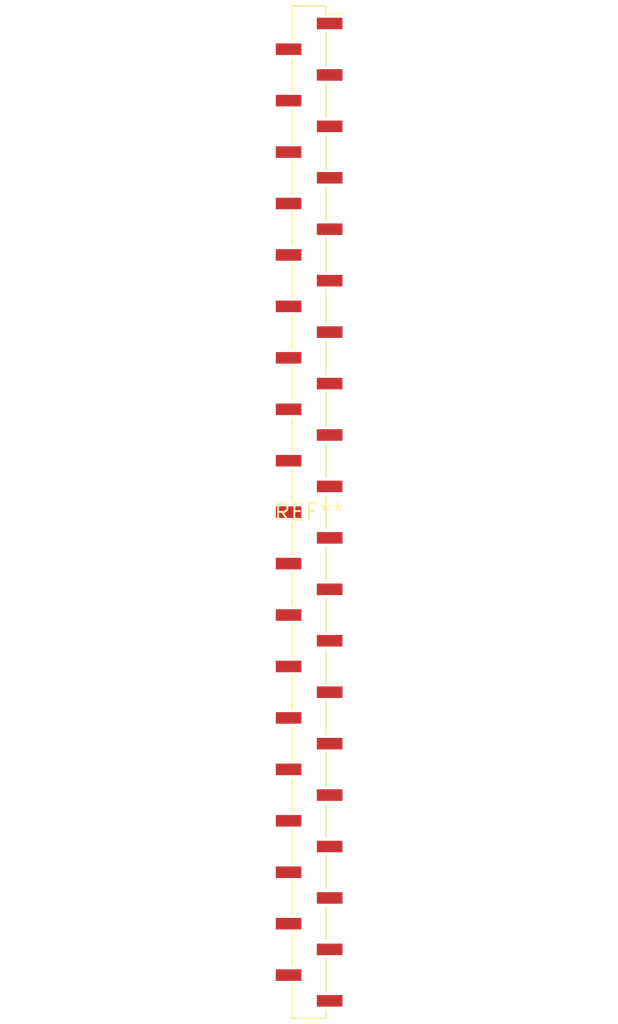
<source format=kicad_pcb>
(kicad_pcb (version 20240108) (generator pcbnew)
  (layers (0 "F.Cu" signal) (31 "B.Cu" signal) (34 "B.Paste" user) (35 "F.Paste" user) (36 "B.SilkS" user "B.Silkscreen") (37 "F.SilkS" user "F.Silkscreen") (38 "B.Mask" user) (39 "F.Mask" user) (44 "Edge.Cuts" user))
  (net 0 "")
  (footprint "PinSocket_1x39_P2.00mm_Vertical_SMD_Pin1Right" (layer "F.Cu") (at 0 0)
    (property "Reference" "REF**")
    (property "Value" "PinSocket_1x39_P2.00mm_Vertical_SMD_Pin1Right")
    (fp_line (start -1.31 -39.36) (end -1.31 -36.71) (layer "F.SilkS") (stroke (width 0.12)))
    (fp_line (start -1.31 -39.36) (end 1.31 -39.36) (layer "F.SilkS") (stroke (width 0.12)))
    (fp_line (start -1.31 -35.29) (end -1.31 -32.71) (layer "F.SilkS") (stroke (width 0.12)))
    (fp_line (start -1.31 -31.29) (end -1.31 -28.71) (layer "F.SilkS") (stroke (width 0.12)))
    (fp_line (start -1.31 -27.29) (end -1.31 -24.71) (layer "F.SilkS") (stroke (width 0.12)))
    (fp_line (start -1.31 -23.29) (end -1.31 -20.71) (layer "F.SilkS") (stroke (width 0.12)))
    (fp_line (start -1.31 -19.29) (end -1.31 -16.71) (layer "F.SilkS") (stroke (width 0.12)))
    (fp_line (start -1.31 -15.29) (end -1.31 -12.71) (layer "F.SilkS") (stroke (width 0.12)))
    (fp_line (start -1.31 -11.29) (end -1.31 -8.71) (layer "F.SilkS") (stroke (width 0.12)))
    (fp_line (start -1.31 -7.29) (end -1.31 -4.71) (layer "F.SilkS") (stroke (width 0.12)))
    (fp_line (start -1.31 -3.29) (end -1.31 -0.71) (layer "F.SilkS") (stroke (width 0.12)))
    (fp_line (start -1.31 0.71) (end -1.31 3.29) (layer "F.SilkS") (stroke (width 0.12)))
    (fp_line (start -1.31 4.71) (end -1.31 7.29) (layer "F.SilkS") (stroke (width 0.12)))
    (fp_line (start -1.31 8.71) (end -1.31 11.29) (layer "F.SilkS") (stroke (width 0.12)))
    (fp_line (start -1.31 12.71) (end -1.31 15.29) (layer "F.SilkS") (stroke (width 0.12)))
    (fp_line (start -1.31 16.71) (end -1.31 19.29) (layer "F.SilkS") (stroke (width 0.12)))
    (fp_line (start -1.31 20.71) (end -1.31 23.29) (layer "F.SilkS") (stroke (width 0.12)))
    (fp_line (start -1.31 24.71) (end -1.31 27.29) (layer "F.SilkS") (stroke (width 0.12)))
    (fp_line (start -1.31 28.71) (end -1.31 31.29) (layer "F.SilkS") (stroke (width 0.12)))
    (fp_line (start -1.31 32.71) (end -1.31 35.29) (layer "F.SilkS") (stroke (width 0.12)))
    (fp_line (start -1.31 36.71) (end -1.31 39.36) (layer "F.SilkS") (stroke (width 0.12)))
    (fp_line (start -1.31 39.36) (end 1.31 39.36) (layer "F.SilkS") (stroke (width 0.12)))
    (fp_line (start 1.31 -39.36) (end 1.31 -38.71) (layer "F.SilkS") (stroke (width 0.12)))
    (fp_line (start 1.31 -38.71) (end 2.54 -38.71) (layer "F.SilkS") (stroke (width 0.12)))
    (fp_line (start 1.31 -37.29) (end 1.31 -34.71) (layer "F.SilkS") (stroke (width 0.12)))
    (fp_line (start 1.31 -33.29) (end 1.31 -30.71) (layer "F.SilkS") (stroke (width 0.12)))
    (fp_line (start 1.31 -29.29) (end 1.31 -26.71) (layer "F.SilkS") (stroke (width 0.12)))
    (fp_line (start 1.31 -25.29) (end 1.31 -22.71) (layer "F.SilkS") (stroke (width 0.12)))
    (fp_line (start 1.31 -21.29) (end 1.31 -18.71) (layer "F.SilkS") (stroke (width 0.12)))
    (fp_line (start 1.31 -17.29) (end 1.31 -14.71) (layer "F.SilkS") (stroke (width 0.12)))
    (fp_line (start 1.31 -13.29) (end 1.31 -10.71) (layer "F.SilkS") (stroke (width 0.12)))
    (fp_line (start 1.31 -9.29) (end 1.31 -6.71) (layer "F.SilkS") (stroke (width 0.12)))
    (fp_line (start 1.31 -5.29) (end 1.31 -2.71) (layer "F.SilkS") (stroke (width 0.12)))
    (fp_line (start 1.31 -1.29) (end 1.31 1.29) (layer "F.SilkS") (stroke (width 0.12)))
    (fp_line (start 1.31 2.71) (end 1.31 5.29) (layer "F.SilkS") (stroke (width 0.12)))
    (fp_line (start 1.31 6.71) (end 1.31 9.29) (layer "F.SilkS") (stroke (width 0.12)))
    (fp_line (start 1.31 10.71) (end 1.31 13.29) (layer "F.SilkS") (stroke (width 0.12)))
    (fp_line (start 1.31 14.71) (end 1.31 17.29) (layer "F.SilkS") (stroke (width 0.12)))
    (fp_line (start 1.31 18.71) (end 1.31 21.29) (layer "F.SilkS") (stroke (width 0.12)))
    (fp_line (start 1.31 22.71) (end 1.31 25.29) (layer "F.SilkS") (stroke (width 0.12)))
    (fp_line (start 1.31 26.71) (end 1.31 29.29) (layer "F.SilkS") (stroke (width 0.12)))
    (fp_line (start 1.31 30.71) (end 1.31 33.29) (layer "F.SilkS") (stroke (width 0.12)))
    (fp_line (start 1.31 34.71) (end 1.31 37.29) (layer "F.SilkS") (stroke (width 0.12)))
    (fp_line (start 1.31 38.71) (end 1.31 39.36) (layer "F.SilkS") (stroke (width 0.12)))
    (pad "1" smd rect (at 1.6 -38) (size 2 0.9) (layers "F.Cu" "F.Paste" "F.Mask"))
    (pad "2" smd rect (at -1.6 -36) (size 2 0.9) (layers "F.Cu" "F.Paste" "F.Mask"))
    (pad "3" smd rect (at 1.6 -34) (size 2 0.9) (layers "F.Cu" "F.Paste" "F.Mask"))
    (pad "4" smd rect (at -1.6 -32) (size 2 0.9) (layers "F.Cu" "F.Paste" "F.Mask"))
    (pad "5" smd rect (at 1.6 -30) (size 2 0.9) (layers "F.Cu" "F.Paste" "F.Mask"))
    (pad "6" smd rect (at -1.6 -28) (size 2 0.9) (layers "F.Cu" "F.Paste" "F.Mask"))
    (pad "7" smd rect (at 1.6 -26) (size 2 0.9) (layers "F.Cu" "F.Paste" "F.Mask"))
    (pad "8" smd rect (at -1.6 -24) (size 2 0.9) (layers "F.Cu" "F.Paste" "F.Mask"))
    (pad "9" smd rect (at 1.6 -22) (size 2 0.9) (layers "F.Cu" "F.Paste" "F.Mask"))
    (pad "10" smd rect (at -1.6 -20) (size 2 0.9) (layers "F.Cu" "F.Paste" "F.Mask"))
    (pad "11" smd rect (at 1.6 -18) (size 2 0.9) (layers "F.Cu" "F.Paste" "F.Mask"))
    (pad "12" smd rect (at -1.6 -16) (size 2 0.9) (layers "F.Cu" "F.Paste" "F.Mask"))
    (pad "13" smd rect (at 1.6 -14) (size 2 0.9) (layers "F.Cu" "F.Paste" "F.Mask"))
    (pad "14" smd rect (at -1.6 -12) (size 2 0.9) (layers "F.Cu" "F.Paste" "F.Mask"))
    (pad "15" smd rect (at 1.6 -10) (size 2 0.9) (layers "F.Cu" "F.Paste" "F.Mask"))
    (pad "16" smd rect (at -1.6 -8) (size 2 0.9) (layers "F.Cu" "F.Paste" "F.Mask"))
    (pad "17" smd rect (at 1.6 -6) (size 2 0.9) (layers "F.Cu" "F.Paste" "F.Mask"))
    (pad "18" smd rect (at -1.6 -4) (size 2 0.9) (layers "F.Cu" "F.Paste" "F.Mask"))
    (pad "19" smd rect (at 1.6 -2) (size 2 0.9) (layers "F.Cu" "F.Paste" "F.Mask"))
    (pad "20" smd rect (at -1.6 0) (size 2 0.9) (layers "F.Cu" "F.Paste" "F.Mask"))
    (pad "21" smd rect (at 1.6 2) (size 2 0.9) (layers "F.Cu" "F.Paste" "F.Mask"))
    (pad "22" smd rect (at -1.6 4) (size 2 0.9) (layers "F.Cu" "F.Paste" "F.Mask"))
    (pad "23" smd rect (at 1.6 6) (size 2 0.9) (layers "F.Cu" "F.Paste" "F.Mask"))
    (pad "24" smd rect (at -1.6 8) (size 2 0.9) (layers "F.Cu" "F.Paste" "F.Mask"))
    (pad "25" smd rect (at 1.6 10) (size 2 0.9) (layers "F.Cu" "F.Paste" "F.Mask"))
    (pad "26" smd rect (at -1.6 12) (size 2 0.9) (layers "F.Cu" "F.Paste" "F.Mask"))
    (pad "27" smd rect (at 1.6 14) (size 2 0.9) (layers "F.Cu" "F.Paste" "F.Mask"))
    (pad "28" smd rect (at -1.6 16) (size 2 0.9) (layers "F.Cu" "F.Paste" "F.Mask"))
    (pad "29" smd rect (at 1.6 18) (size 2 0.9) (layers "F.Cu" "F.Paste" "F.Mask"))
    (pad "30" smd rect (at -1.6 20) (size 2 0.9) (layers "F.Cu" "F.Paste" "F.Mask"))
    (pad "31" smd rect (at 1.6 22) (size 2 0.9) (layers "F.Cu" "F.Paste" "F.Mask"))
    (pad "32" smd rect (at -1.6 24) (size 2 0.9) (layers "F.Cu" "F.Paste" "F.Mask"))
    (pad "33" smd rect (at 1.6 26) (size 2 0.9) (layers "F.Cu" "F.Paste" "F.Mask"))
    (pad "34" smd rect (at -1.6 28) (size 2 0.9) (layers "F.Cu" "F.Paste" "F.Mask"))
    (pad "35" smd rect (at 1.6 30) (size 2 0.9) (layers "F.Cu" "F.Paste" "F.Mask"))
    (pad "36" smd rect (at -1.6 32) (size 2 0.9) (layers "F.Cu" "F.Paste" "F.Mask"))
    (pad "37" smd rect (at 1.6 34) (size 2 0.9) (layers "F.Cu" "F.Paste" "F.Mask"))
    (pad "38" smd rect (at -1.6 36) (size 2 0.9) (layers "F.Cu" "F.Paste" "F.Mask"))
    (pad "39" smd rect (at 1.6 38) (size 2 0.9) (layers "F.Cu" "F.Paste" "F.Mask"))
  )
)
</source>
